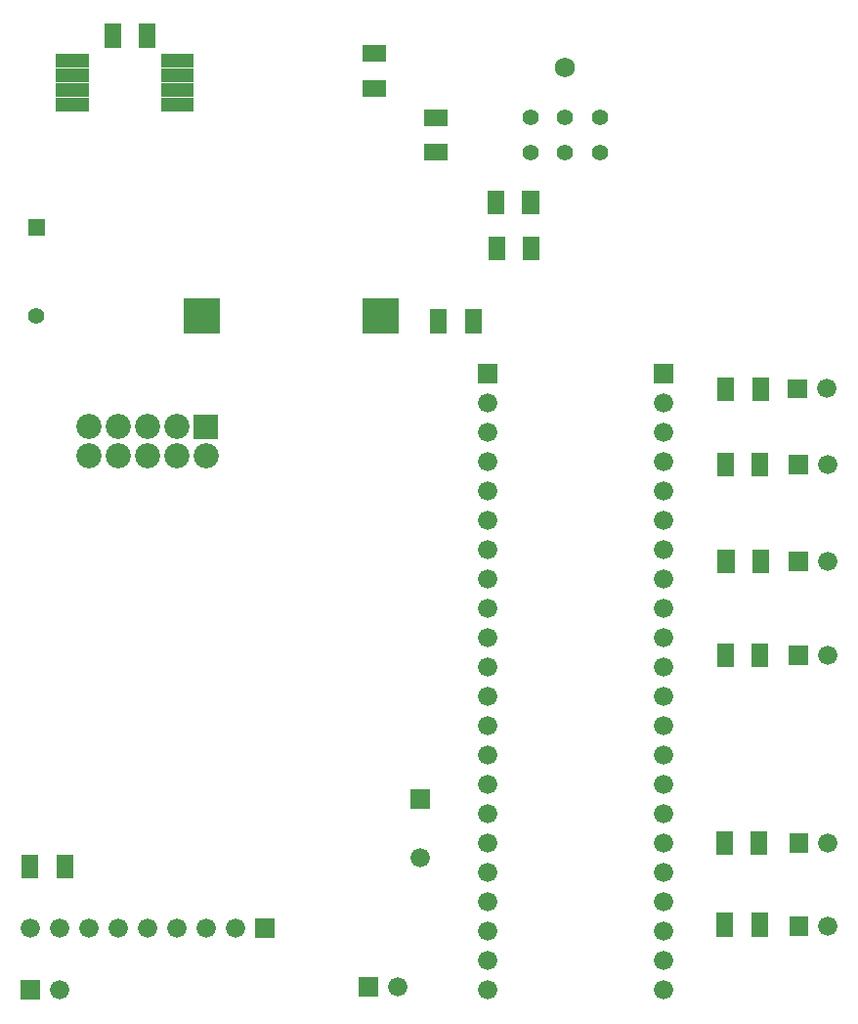
<source format=gbr>
G04 start of page 5 for group -4063 idx -4063 *
G04 Title: (unknown), componentmask *
G04 Creator: pcb 20110918 *
G04 CreationDate: Sun 04 May 2014 08:11:11 PM GMT UTC *
G04 For: zach *
G04 Format: Gerber/RS-274X *
G04 PCB-Dimensions: 295500 350000 *
G04 PCB-Coordinate-Origin: lower left *
%MOIN*%
%FSLAX25Y25*%
%LNTOPMASK*%
%ADD65R,0.0440X0.0440*%
%ADD64R,0.1200X0.1200*%
%ADD63R,0.0572X0.0572*%
%ADD62C,0.0860*%
%ADD61C,0.0690*%
%ADD60C,0.0560*%
%ADD59C,0.0660*%
%ADD58C,0.0001*%
G54D58*G36*
X89700Y44300D02*Y37700D01*
X96300D01*
Y44300D01*
X89700D01*
G37*
G54D59*X83000Y41000D03*
X73000D03*
X63000D03*
X53000D03*
X43000D03*
X33000D03*
X23000D03*
X13000D03*
G54D58*G36*
X9700Y23300D02*Y16700D01*
X16300D01*
Y23300D01*
X9700D01*
G37*
G54D59*X23000Y20000D03*
G54D58*G36*
X125200Y24300D02*Y17700D01*
X131800D01*
Y24300D01*
X125200D01*
G37*
G54D59*X138500Y21000D03*
G54D60*X207355Y317292D03*
X195555D03*
G54D61*Y334292D03*
G54D60*X183755Y317292D03*
X207355Y305492D03*
X183755D03*
X195555D03*
G54D58*G36*
X12384Y282584D02*Y276984D01*
X17984D01*
Y282584D01*
X12384D01*
G37*
G36*
X271500Y228200D02*Y221600D01*
X278100D01*
Y228200D01*
X271500D01*
G37*
G54D59*X284800Y224900D03*
G54D58*G36*
X225700Y233300D02*Y226700D01*
X232300D01*
Y233300D01*
X225700D01*
G37*
G54D59*X229000Y220000D03*
G54D58*G36*
X271700Y202300D02*Y195700D01*
X278300D01*
Y202300D01*
X271700D01*
G37*
G36*
Y137300D02*Y130700D01*
X278300D01*
Y137300D01*
X271700D01*
G37*
G36*
X271892Y73296D02*Y66696D01*
X278492D01*
Y73296D01*
X271892D01*
G37*
G36*
Y45129D02*Y38529D01*
X278492D01*
Y45129D01*
X271892D01*
G37*
G54D59*X285000Y199000D03*
Y134000D03*
X285192Y69996D03*
Y41829D03*
G54D58*G36*
X271700Y169300D02*Y162700D01*
X278300D01*
Y169300D01*
X271700D01*
G37*
G54D59*X285000Y166000D03*
X229000Y180000D03*
Y170000D03*
Y160000D03*
Y150000D03*
Y140000D03*
Y130000D03*
Y120000D03*
Y110000D03*
Y100000D03*
Y90000D03*
Y80000D03*
Y70000D03*
Y60000D03*
Y50000D03*
Y40000D03*
Y30000D03*
Y20000D03*
Y210000D03*
Y200000D03*
Y190000D03*
G54D58*G36*
X165700Y233300D02*Y226700D01*
X172300D01*
Y233300D01*
X165700D01*
G37*
G54D59*X169000Y220000D03*
Y210000D03*
Y200000D03*
G54D58*G36*
X68600Y216200D02*Y207600D01*
X77200D01*
Y216200D01*
X68600D01*
G37*
G54D62*X72900Y201900D03*
X62900D03*
X52900D03*
X42900D03*
X32900D03*
X62900Y211900D03*
X52900D03*
X42900D03*
X32900D03*
G54D60*X15184Y249784D03*
G54D59*X169000Y190000D03*
Y180000D03*
Y170000D03*
Y160000D03*
Y150000D03*
Y140000D03*
Y130000D03*
Y120000D03*
Y110000D03*
Y100000D03*
Y90000D03*
Y80000D03*
Y70000D03*
G54D58*G36*
X142700Y88300D02*Y81700D01*
X149300D01*
Y88300D01*
X142700D01*
G37*
G54D59*X146000Y65000D03*
X169000Y60000D03*
Y50000D03*
Y40000D03*
Y30000D03*
Y20000D03*
G54D63*X183900Y273971D02*Y271609D01*
X172090Y273971D02*Y271609D01*
X183700Y289481D02*Y287119D01*
X171890Y289481D02*Y287119D01*
G54D64*X71350Y249700D02*X71850D01*
X132350D02*X132850D01*
G54D63*X152300Y249081D02*Y246719D01*
X164110Y249081D02*Y246719D01*
X129119Y339105D02*X131481D01*
X129119Y327295D02*X131481D01*
X150084Y305512D02*X152446D01*
X150084Y317322D02*X152446D01*
X13000Y63181D02*Y60819D01*
X24810Y63181D02*Y60819D01*
G54D65*X24029Y321706D02*X30729D01*
X59829D02*X66529D01*
X24029Y336706D02*X30729D01*
X24029Y331706D02*X30729D01*
X24029Y326706D02*X30729D01*
X59829D02*X66529D01*
X59829Y331706D02*X66529D01*
X59829Y336706D02*X66529D01*
G54D63*X53000Y346381D02*Y344019D01*
X41190Y346381D02*Y344019D01*
X262190Y167181D02*Y164819D01*
X261905Y135181D02*Y132819D01*
X261686Y71349D02*Y68987D01*
X250380Y167181D02*Y164819D01*
X250095Y135181D02*Y132819D01*
X261905Y200181D02*Y197819D01*
X250095Y200181D02*Y197819D01*
X250295Y225881D02*Y223519D01*
X262105Y225881D02*Y223519D01*
X249876Y71349D02*Y68987D01*
X249989Y43366D02*Y41004D01*
X261799Y43366D02*Y41004D01*
M02*

</source>
